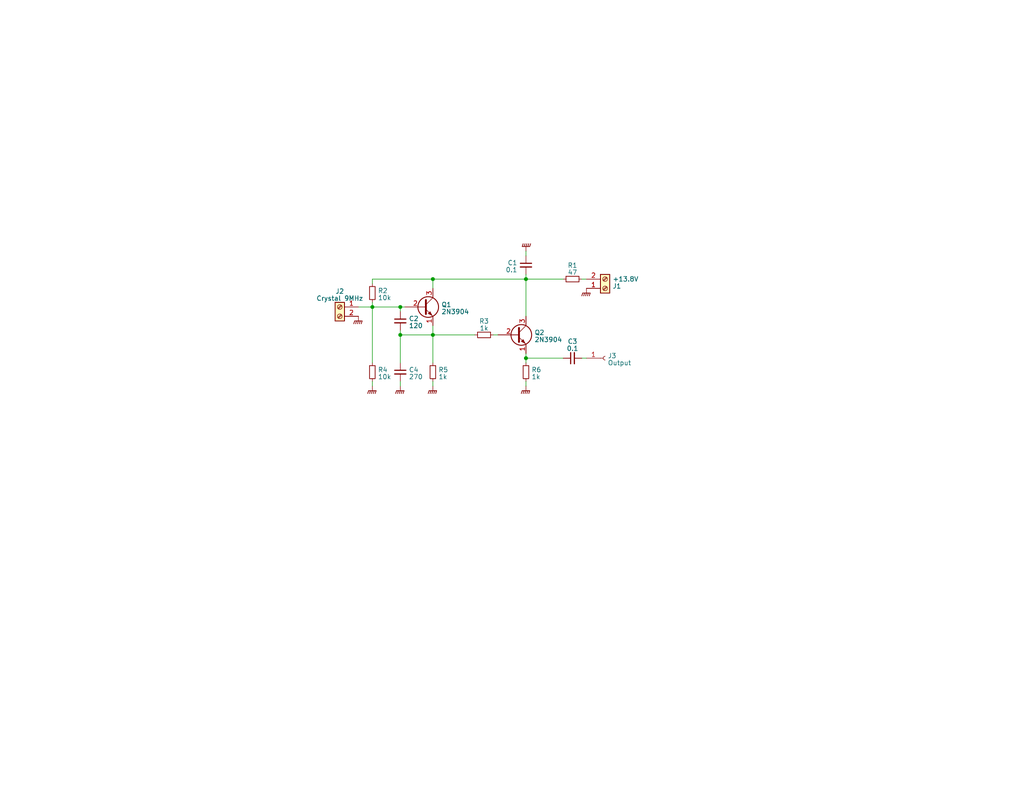
<source format=kicad_sch>
(kicad_sch (version 20230121) (generator eeschema)
  (paper "USLetter")
  (title_block (title "Crystal Test Oscillator") (date "2024-01-03") (company "VA3AUI"))
  (lib_symbols
    (symbol "Connector:Conn_01x01_Socket" (pin_names (offset 1.016) hide)
      (property "Reference" "J" (at 0 2.54 0))
      (property "Value" "Conn_01x01_Socket" (at 0 -2.54 0))
      (symbol "Conn_01x01_Socket_1_1"
        (polyline (pts (xy -1.27 0) (xy -0.508 0)) (stroke (width 0.1524)))
        (arc (start 0 0.508) (mid -0.5058 0) (end 0 -0.508) (stroke (width 0.1524)))
        (pin passive line (at -5.08 0 0) (length 3.81) (name "Pin_1") (number "1"))
      )
    )
    (symbol "Connector:Screw_Terminal_01x02" (pin_names (offset 1.016) hide)
      (property "Reference" "J" (at 0 2.54 0))
      (property "Value" "Screw_Terminal_01x02" (at 0 -5.08 0))
      (symbol "Screw_Terminal_01x02_1_1"
        (rectangle (start -1.27 1.27) (end 1.27 -3.81) (stroke (width 0.254)) (fill (type background)))
        (circle (center 0 -2.54) (radius 0.635) (stroke (width 0.1524)))
        (polyline (pts (xy -0.5334 -2.2098) (xy 0.3302 -3.048)) (stroke (width 0.1524)))
        (polyline (pts (xy -0.5334 0.3302) (xy 0.3302 -0.508)) (stroke (width 0.1524)))
        (polyline (pts (xy -0.3556 -2.032) (xy 0.508 -2.8702)) (stroke (width 0.1524)))
        (polyline (pts (xy -0.3556 0.508) (xy 0.508 -0.3302)) (stroke (width 0.1524)))
        (circle (center 0 0) (radius 0.635) (stroke (width 0.1524)))
        (pin passive line (at -5.08 0 0) (length 3.81) (name "Pin_1") (number "1"))
        (pin passive line (at -5.08 -2.54 0) (length 3.81) (name "Pin_2") (number "2"))
      )
    )
    (symbol "Device:C_Small" (pin_numbers hide) (pin_names (offset 0.254) hide)
      (property "Reference" "C" (at 0.254 1.778 0))
      (property "Value" "C_Small" (at 0.254 -2.032 0))
      (symbol "C_Small_0_1"
        (polyline (pts (xy -1.524 -0.508) (xy 1.524 -0.508)) (stroke (width 0.3302)))
        (polyline (pts (xy -1.524 0.508) (xy 1.524 0.508)) (stroke (width 0.3048)))
      )
      (symbol "C_Small_1_1"
        (pin passive line (at 0 2.54 270) (length 2.032) (name "~") (number "1"))
        (pin passive line (at 0 -2.54 90) (length 2.032) (name "~") (number "2"))
      )
    )
    (symbol "Device:R_Small" (pin_numbers hide) (pin_names (offset 0.254) hide)
      (property "Reference" "R" (at 0.762 0.508 0))
      (property "Value" "R_Small" (at 0.762 -1.016 0))
      (symbol "R_Small_0_1"
        (rectangle (start -0.762 1.778) (end 0.762 -1.778) (stroke (width 0.2032)))
      )
      (symbol "R_Small_1_1"
        (pin passive line (at 0 2.54 270) (length 0.762) (name "~") (number "1"))
        (pin passive line (at 0 -2.54 90) (length 0.762) (name "~") (number "2"))
      )
    )
    (symbol "Transistor_BJT:2N3904" (pin_names (offset 0) hide)
      (property "Reference" "Q" (at 5.08 1.905 0))
      (property "Value" "2N3904" (at 5.08 0 0))
      (symbol "2N3904_0_1"
        (polyline (pts (xy 0.635 0.635) (xy 2.54 2.54)))
        (polyline (pts (xy 0.635 -0.635) (xy 2.54 -2.54) (xy 2.54 -2.54)))
        (polyline (pts (xy 0.635 1.905) (xy 0.635 -1.905) (xy 0.635 -1.905)) (stroke (width 0.508)))
        (polyline (pts (xy 1.27 -1.778) (xy 1.778 -1.27) (xy 2.286 -2.286) (xy 1.27 -1.778) (xy 1.27 -1.778)) (fill (type outline)))
        (circle (center 1.27 0) (radius 2.8194) (stroke (width 0.254)))
      )
      (symbol "2N3904_1_1"
        (pin passive line (at 2.54 -5.08 90) (length 2.54) (name "E") (number "1"))
        (pin passive line (at -5.08 0 0) (length 5.715) (name "B") (number "2"))
        (pin passive line (at 2.54 5.08 270) (length 2.54) (name "C") (number "3"))
      )
    )
    (symbol "power:GNDPWR" (power) (pin_names (offset 0))
      (property "Value" "GNDPWR" (at 0 -3.302 0))
      (symbol "GNDPWR_0_1"
        (polyline (pts (xy 0 -1.27) (xy 0 0)))
        (polyline (pts (xy -1.016 -1.27) (xy -1.27 -2.032) (xy -1.27 -2.032)) (stroke (width 0.2032)))
        (polyline (pts (xy -0.508 -1.27) (xy -0.762 -2.032) (xy -0.762 -2.032)) (stroke (width 0.2032)))
        (polyline (pts (xy 0 -1.27) (xy -0.254 -2.032) (xy -0.254 -2.032)) (stroke (width 0.2032)))
        (polyline (pts (xy 0.508 -1.27) (xy 0.254 -2.032) (xy 0.254 -2.032)) (stroke (width 0.2032)))
        (polyline (pts (xy 1.016 -1.27) (xy -1.016 -1.27) (xy -1.016 -1.27)) (stroke (width 0.2032)))
        (polyline (pts (xy 1.016 -1.27) (xy 0.762 -2.032) (xy 0.762 -2.032) (xy 0.762 -2.032)) (stroke (width 0.2032)))
      )
      (symbol "GNDPWR_1_1"
        (pin power_in line (at 0 0 270) (length 0) hide (name "GNDPWR") (number "1"))
      )
    )
  )
  (junction (at 143.51 97.79))
  (junction (at 118.11 76.2))
  (junction (at 109.22 91.44))
  (junction (at 109.22 83.82))
  (junction (at 143.51 76.2))
  (junction (at 101.6 83.82))
  (junction (at 118.11 91.44))
  (wire (pts (xy 101.6 83.82) (xy 101.6 99.06)))
  (wire (pts (xy 143.51 96.52) (xy 143.51 97.79)))
  (wire (pts (xy 143.51 104.14) (xy 143.51 105.41)))
  (wire (pts (xy 118.11 76.2) (xy 118.11 78.74)))
  (wire (pts (xy 109.22 83.82) (xy 101.6 83.82)))
  (wire (pts (xy 109.22 104.14) (xy 109.22 105.41)))
  (wire (pts (xy 158.75 76.2) (xy 160.02 76.2)))
  (wire (pts (xy 143.51 74.93) (xy 143.51 76.2)))
  (wire (pts (xy 118.11 88.9) (xy 118.11 91.44)))
  (wire (pts (xy 118.11 104.14) (xy 118.11 105.41)))
  (wire (pts (xy 143.51 69.85) (xy 143.51 68.58)))
  (wire (pts (xy 118.11 76.2) (xy 143.51 76.2)))
  (wire (pts (xy 109.22 91.44) (xy 109.22 99.06)))
  (wire (pts (xy 143.51 97.79) (xy 153.67 97.79)))
  (wire (pts (xy 143.51 76.2) (xy 143.51 86.36)))
  (wire (pts (xy 143.51 76.2) (xy 153.67 76.2)))
  (wire (pts (xy 143.51 97.79) (xy 143.51 99.06)))
  (wire (pts (xy 118.11 91.44) (xy 118.11 99.06)))
  (wire (pts (xy 109.22 83.82) (xy 109.22 85.09)))
  (wire (pts (xy 158.75 97.79) (xy 160.02 97.79)))
  (wire (pts (xy 109.22 83.82) (xy 110.49 83.82)))
  (wire (pts (xy 101.6 76.2) (xy 118.11 76.2)))
  (wire (pts (xy 109.22 90.17) (xy 109.22 91.44)))
  (wire (pts (xy 118.11 91.44) (xy 129.54 91.44)))
  (wire (pts (xy 101.6 104.14) (xy 101.6 105.41)))
  (wire (pts (xy 109.22 91.44) (xy 118.11 91.44)))
  (wire (pts (xy 97.79 83.82) (xy 101.6 83.82)))
  (wire (pts (xy 101.6 82.55) (xy 101.6 83.82)))
  (wire (pts (xy 101.6 76.2) (xy 101.6 77.47)))
  (wire (pts (xy 134.62 91.44) (xy 135.89 91.44)))
  (symbol (lib_id "power:GNDPWR") (at 118.11 105.41 0) (unit 1)
    (property "Reference" "#PWR06" (effects hide))
    (property "Value" "GNDPWR" (effects hide))
  )
  (symbol (lib_id "Device:C_Small") (at 156.21 97.79 90) (unit 1)
    (property "Reference" "C3" (at 156.2163 93.218 90))
    (property "Value" "0.1" (at 156.2163 95.139 90))
    (property "Footprint" "VA3AUI:C_Disc_D9.0mm_W4.0mm_P6.50mm_100n" (effects hide))
  )
  (symbol (lib_id "power:GNDPWR") (at 97.79 86.36 0) (unit 1)
    (property "Reference" "#PWR03" (effects hide))
    (property "Value" "GNDPWR" (effects hide))
  )
  (symbol (lib_id "power:GNDPWR") (at 160.02 78.74 0) (unit 1)
    (property "Reference" "#PWR02" (effects hide))
    (property "Value" "GNDPWR" (effects hide))
  )
  (symbol (lib_id "Device:R_Small") (at 101.6 101.6 0) (unit 1)
    (property "Reference" "R4" (at 103.0986 100.9563 0) (effects (justify left)))
    (property "Value" "10k" (at 103.0986 102.8773 0) (effects (justify left)))
    (property "Footprint" "VA3AUI:R_Axial_L6.3mm_D2.5mm_P7.62mm_0.25W" (effects hide))
  )
  (symbol (lib_id "Connector:Conn_01x01_Socket") (at 165.1 97.79 0) (unit 1) (on_board no)
    (property "Reference" "J3" (at 165.8112 97.1463 0) (effects (justify left)))
    (property "Value" "Output" (at 165.8112 99.0673 0) (effects (justify left)))
  )
  (symbol (lib_id "Device:R_Small") (at 118.11 101.6 0) (unit 1)
    (property "Reference" "R5" (at 119.6086 100.9563 0) (effects (justify left)))
    (property "Value" "1k" (at 119.6086 102.8773 0) (effects (justify left)))
    (property "Footprint" "VA3AUI:R_Axial_L6.3mm_D2.5mm_P7.62mm_0.25W" (effects hide))
  )
  (symbol (lib_id "Device:R_Small") (at 132.08 91.44 90) (unit 1)
    (property "Reference" "R3" (at 132.08 87.6935 90))
    (property "Value" "1k" (at 132.08 89.6145 90))
    (property "Footprint" "VA3AUI:R_Axial_L6.3mm_D2.5mm_P7.62mm_0.25W" (effects hide))
  )
  (symbol (lib_id "Device:R_Small") (at 156.21 76.2 90) (unit 1)
    (property "Reference" "R1" (at 156.21 72.4535 90))
    (property "Value" "47" (at 156.21 74.3745 90))
    (property "Footprint" "VA3AUI:R_Axial_L6.3mm_D2.5mm_P7.62mm_0.25W" (effects hide))
  )
  (symbol (lib_id "Device:R_Small") (at 143.51 101.6 180) (unit 1)
    (property "Reference" "R6" (at 145.0086 100.9563 0) (effects (justify right)))
    (property "Value" "1k" (at 145.0086 102.8773 0) (effects (justify right)))
    (property "Footprint" "VA3AUI:R_Axial_L6.3mm_D2.5mm_P7.62mm_0.25W" (effects hide))
  )
  (symbol (lib_id "power:GNDPWR") (at 143.51 105.41 0) (unit 1)
    (property "Reference" "#PWR07" (effects hide))
    (property "Value" "GNDPWR" (effects hide))
  )
  (symbol (lib_id "power:GNDPWR") (at 109.22 105.41 0) (unit 1)
    (property "Reference" "#PWR05" (effects hide))
    (property "Value" "GNDPWR" (effects hide))
  )
  (symbol (lib_id "power:GNDPWR") (at 143.51 68.58 180) (unit 1)
    (property "Reference" "#PWR01" (effects hide))
    (property "Value" "GNDPWR" (effects hide))
  )
  (symbol (lib_id "Transistor_BJT:2N3904") (at 115.57 83.82 0) (unit 1)
    (property "Reference" "Q1" (at 120.4214 83.1763 0) (effects (justify left)))
    (property "Value" "2N3904" (at 120.4214 85.0973 0) (effects (justify left)))
    (property "Footprint" "VA3AUI:TO-92_2N3904" (effects hide))
    (property "Datasheet" "https://www.onsemi.com/pub/Collateral/2N3903-D.PDF" (effects hide))
  )
  (symbol (lib_id "Device:C_Small") (at 109.22 101.6 0) (unit 1)
    (property "Reference" "C4" (at 111.5441 100.9626 0) (effects (justify left)))
    (property "Value" "270" (at 111.5441 102.8836 0) (effects (justify left)))
    (property "Footprint" "VA3AUI:C_Disc_D5.1mm_W3.2mm_P5.00mm_MLCC" (effects hide))
  )
  (symbol (lib_id "Device:R_Small") (at 101.6 80.01 0) (unit 1)
    (property "Reference" "R2" (at 103.0986 79.3663 0) (effects (justify left)))
    (property "Value" "10k" (at 103.0986 81.2873 0) (effects (justify left)))
    (property "Footprint" "VA3AUI:R_Axial_L6.3mm_D2.5mm_P7.62mm_0.25W" (effects hide))
  )
  (symbol (lib_id "Transistor_BJT:2N3904") (at 140.97 91.44 0) (unit 1)
    (property "Reference" "Q2" (at 145.8214 90.7963 0) (effects (justify left)))
    (property "Value" "2N3904" (at 145.8214 92.7173 0) (effects (justify left)))
    (property "Footprint" "VA3AUI:TO-92_2N3904" (effects hide))
    (property "Datasheet" "https://www.onsemi.com/pub/Collateral/2N3903-D.PDF" (effects hide))
  )
  (symbol (lib_id "Connector:Screw_Terminal_01x02") (at 92.71 83.82 0) (mirror y) (unit 1)
    (property "Reference" "J2" (at 92.71 79.5401 0))
    (property "Value" "Crystal 9MHz" (at 92.71 81.4611 0))
    (property "Footprint" "VA3AUI:2poles_screw_tb" (effects hide))
  )
  (symbol (lib_id "Device:C_Small") (at 143.51 72.39 0) (mirror y) (unit 1)
    (property "Reference" "C1" (at 141.1859 71.7526 0) (effects (justify left)))
    (property "Value" "0.1" (at 141.1859 73.6736 0) (effects (justify left)))
    (property "Footprint" "VA3AUI:C_Disc_D9.0mm_W4.0mm_P6.50mm_100n" (effects hide))
  )
  (symbol (lib_id "Device:C_Small") (at 109.22 87.63 0) (unit 1)
    (property "Reference" "C2" (at 111.5441 86.9926 0) (effects (justify left)))
    (property "Value" "120" (at 111.5441 88.9136 0) (effects (justify left)))
    (property "Footprint" "VA3AUI:C_Disc_D5.1mm_W3.2mm_P5.00mm_MLCC" (effects hide))
  )
  (symbol (lib_id "power:GNDPWR") (at 101.6 105.41 0) (unit 1)
    (property "Reference" "#PWR04" (effects hide))
    (property "Value" "GNDPWR" (effects hide))
  )
  (symbol (lib_id "Connector:Screw_Terminal_01x02") (at 165.1 78.74 0) (mirror x) (unit 1)
    (property "Reference" "J1" (at 167.132 78.1137 0) (effects (justify left)))
    (property "Value" "+13.8V" (at 167.132 76.1927 0) (effects (justify left)))
    (property "Footprint" "VA3AUI:2poles_screw_tb" (effects hide))
  )
)
</source>
